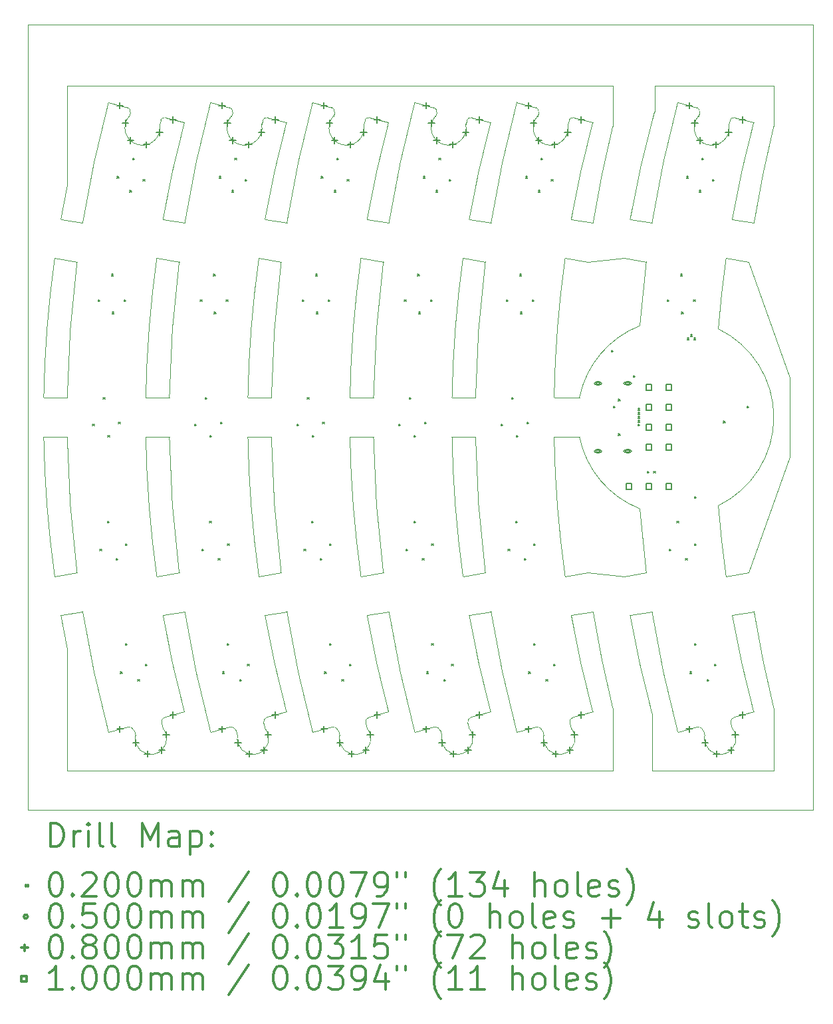
<source format=gbr>
%FSLAX45Y45*%
G04 Gerber Fmt 4.5, Leading zero omitted, Abs format (unit mm)*
G04 Created by KiCad (PCBNEW (5.1.10)-1) date 2021-11-24 21:39:01*
%MOMM*%
%LPD*%
G01*
G04 APERTURE LIST*
%TA.AperFunction,Profile*%
%ADD10C,0.050000*%
%TD*%
%ADD11C,0.200000*%
%ADD12C,0.300000*%
G04 APERTURE END LIST*
D10*
X5500661Y-7060137D02*
X5500000Y-5780000D01*
X5500000Y-14500000D02*
X5500662Y-12939863D01*
X12950000Y-14500000D02*
X12948298Y-13770458D01*
X12980000Y-5780000D02*
X12980963Y-6110268D01*
X12950000Y-14500000D02*
X14500000Y-14500000D01*
X12450000Y-14500000D02*
X12447729Y-13700558D01*
X12447729Y-13700558D02*
G75*
G02*
X12198377Y-12474939I15052271J3700558D01*
G01*
X12948298Y-13770458D02*
G75*
G02*
X12669991Y-12519001I14001702J3770458D01*
G01*
X12980000Y-5780000D02*
X14500000Y-5780000D01*
X12980963Y-6110268D02*
G75*
G03*
X12669991Y-7480998I13969037J-3889732D01*
G01*
X12447729Y-6299442D02*
G75*
G03*
X12198377Y-7525061I15052271J-3700558D01*
G01*
X12450000Y-5780000D02*
X12447729Y-6299442D01*
X14500000Y-14500000D02*
X14497729Y-13700558D01*
X14500000Y-5780000D02*
X14497729Y-6299442D01*
X15000000Y-5000000D02*
X15000000Y-15000000D01*
X5000000Y-5000000D02*
X15000000Y-5000000D01*
X5000000Y-15000000D02*
X5000000Y-5000000D01*
X15000000Y-15000000D02*
X5000000Y-15000000D01*
X5500000Y-14500000D02*
X12450000Y-14500000D01*
X5500000Y-5780000D02*
X12450000Y-5780000D01*
X14700000Y-9500000D02*
X14176489Y-8020063D01*
X14700000Y-10500000D02*
X14700000Y-9500000D01*
X14176489Y-11979937D02*
X14700000Y-10500000D01*
X14497729Y-6299442D02*
G75*
G03*
X14248377Y-7525061I15052271J-3700558D01*
G01*
X14497730Y-13700558D02*
G75*
G02*
X14248377Y-12474939I15052270J3700558D01*
G01*
X14176489Y-11979937D02*
X13891607Y-12024982D01*
X13793223Y-8874999D02*
G75*
G02*
X13891617Y-7974946I14456777J-1125001D01*
G01*
X13969991Y-7480998D02*
X14248377Y-7525061D01*
X13891607Y-12024982D02*
G75*
G02*
X13793223Y-11125001I14358393J2024982D01*
G01*
X13891617Y-7974946D02*
X14176489Y-8020063D01*
X14242963Y-13750590D02*
G75*
G02*
X13969992Y-12519001I14007037J3750590D01*
G01*
X14248377Y-12474939D02*
X13969991Y-12519001D01*
X13969991Y-7480998D02*
G75*
G02*
X14242963Y-6249410I14280009J-2519002D01*
G01*
X5626489Y-11979937D02*
X5341607Y-12024982D01*
X5501533Y-9749993D02*
G75*
G02*
X5626489Y-8020063I15498467J-250008D01*
G01*
X5201672Y-9749994D02*
G75*
G02*
X5341617Y-7974946I14498328J-250006D01*
G01*
X5419991Y-7480998D02*
X5698377Y-7525061D01*
X5341607Y-12024982D02*
G75*
G02*
X5201672Y-10250000I14358393J2024982D01*
G01*
X5626489Y-11979937D02*
G75*
G02*
X5501533Y-10250000I15373511J1979937D01*
G01*
X6027037Y-14009409D02*
G75*
G02*
X5698377Y-12474939I14972963J4009409D01*
G01*
X5341617Y-7974946D02*
X5626489Y-8020063D01*
X5501533Y-9749993D02*
X5201672Y-9749994D01*
X5500662Y-12939863D02*
G75*
G02*
X5419992Y-12519001I14199339J2939863D01*
G01*
X5698377Y-12474939D02*
X5419992Y-12519001D01*
X5201672Y-10250000D02*
X5501533Y-10250000D01*
X5698377Y-7525061D02*
G75*
G02*
X6027037Y-5990590I15301623J-2474939D01*
G01*
X5500661Y-7060137D02*
G75*
G03*
X5419991Y-7480998I14199339J-2939863D01*
G01*
X12591607Y-12024982D02*
X12126489Y-11979937D01*
X12591617Y-7974946D02*
X12126489Y-8020063D01*
X12023825Y-10250036D02*
G75*
G03*
X12793368Y-11165123I1226175J250036D01*
G01*
X12876489Y-11979937D02*
X12591607Y-12024982D01*
X12793368Y-8834877D02*
G75*
G02*
X12876489Y-8020063I15456632J-1165123D01*
G01*
X12669991Y-7480998D02*
X12948377Y-7525061D01*
X12876489Y-11979937D02*
G75*
G02*
X12793368Y-11165123I15373511J1979937D01*
G01*
X13277037Y-14009409D02*
G75*
G02*
X12948377Y-12474939I14972963J4009409D01*
G01*
X12591617Y-7974946D02*
X12876489Y-8020063D01*
X12948377Y-12474939D02*
X12669991Y-12519001D01*
X12948377Y-7525061D02*
G75*
G02*
X13277037Y-5990590I15301623J-2474939D01*
G01*
X12126489Y-11979937D02*
X11841607Y-12024982D01*
X11701672Y-9749994D02*
G75*
G02*
X11841617Y-7974946I14498328J-250006D01*
G01*
X11919991Y-7480998D02*
X12198377Y-7525061D01*
X11841607Y-12024982D02*
G75*
G02*
X11701672Y-10250000I14358393J2024982D01*
G01*
X11841617Y-7974946D02*
X12126489Y-8020063D01*
X12023811Y-9750030D02*
X11701672Y-9749994D01*
X12192963Y-13750590D02*
G75*
G02*
X11919992Y-12519001I14007037J3750590D01*
G01*
X12198377Y-12474939D02*
X11919991Y-12519001D01*
X11701672Y-10250000D02*
X12023825Y-10250036D01*
X11919991Y-7480998D02*
G75*
G02*
X12192963Y-6249410I14280009J-2519002D01*
G01*
X10826489Y-11979937D02*
X10541607Y-12024982D01*
X10701533Y-9749993D02*
G75*
G02*
X10826489Y-8020063I15498467J-250008D01*
G01*
X10401672Y-9749994D02*
G75*
G02*
X10541617Y-7974946I14498328J-250006D01*
G01*
X10619991Y-7480998D02*
X10898377Y-7525061D01*
X10541607Y-12024982D02*
G75*
G02*
X10401672Y-10250000I14358393J2024982D01*
G01*
X10826489Y-11979937D02*
G75*
G02*
X10701533Y-10250000I15373511J1979937D01*
G01*
X11227037Y-14009409D02*
G75*
G02*
X10898377Y-12474939I14972963J4009409D01*
G01*
X10541617Y-7974946D02*
X10826489Y-8020063D01*
X10701533Y-9749993D02*
X10401672Y-9749994D01*
X10892963Y-13750590D02*
G75*
G02*
X10619992Y-12519001I14007037J3750590D01*
G01*
X10898377Y-12474939D02*
X10619992Y-12519001D01*
X10401672Y-10250000D02*
X10701533Y-10250000D01*
X10898377Y-7525061D02*
G75*
G02*
X11227037Y-5990590I15301623J-2474939D01*
G01*
X10619991Y-7480998D02*
G75*
G02*
X10892963Y-6249410I14280009J-2519002D01*
G01*
X9526489Y-11979937D02*
X9241607Y-12024982D01*
X9401533Y-9749993D02*
G75*
G02*
X9526489Y-8020063I15498467J-250008D01*
G01*
X9101672Y-9749994D02*
G75*
G02*
X9241617Y-7974946I14498328J-250006D01*
G01*
X9319991Y-7480998D02*
X9598377Y-7525061D01*
X9241607Y-12024982D02*
G75*
G02*
X9101672Y-10250000I14358393J2024982D01*
G01*
X9526489Y-11979937D02*
G75*
G02*
X9401533Y-10250000I15373511J1979937D01*
G01*
X9927037Y-14009409D02*
G75*
G02*
X9598377Y-12474939I14972963J4009409D01*
G01*
X9241617Y-7974946D02*
X9526489Y-8020063D01*
X9401533Y-9749993D02*
X9101672Y-9749994D01*
X9592963Y-13750590D02*
G75*
G02*
X9319992Y-12519001I14007037J3750590D01*
G01*
X9598377Y-12474939D02*
X9319992Y-12519001D01*
X9101672Y-10250000D02*
X9401533Y-10250000D01*
X9598377Y-7525061D02*
G75*
G02*
X9927037Y-5990590I15301623J-2474939D01*
G01*
X9319991Y-7480998D02*
G75*
G02*
X9592963Y-6249410I14280009J-2519002D01*
G01*
X8226489Y-11979937D02*
X7941607Y-12024982D01*
X8101533Y-9749993D02*
G75*
G02*
X8226489Y-8020063I15498467J-250008D01*
G01*
X7801672Y-9749994D02*
G75*
G02*
X7941617Y-7974946I14498328J-250006D01*
G01*
X8019991Y-7480998D02*
X8298377Y-7525061D01*
X7941607Y-12024982D02*
G75*
G02*
X7801672Y-10250000I14358393J2024982D01*
G01*
X8226489Y-11979937D02*
G75*
G02*
X8101533Y-10250000I15373511J1979937D01*
G01*
X8627037Y-14009409D02*
G75*
G02*
X8298377Y-12474939I14972963J4009409D01*
G01*
X7941617Y-7974946D02*
X8226489Y-8020063D01*
X8101533Y-9749993D02*
X7801672Y-9749994D01*
X8292963Y-13750590D02*
G75*
G02*
X8019992Y-12519001I14007037J3750590D01*
G01*
X8298377Y-12474939D02*
X8019991Y-12519001D01*
X7801672Y-10250000D02*
X8101533Y-10250000D01*
X8298377Y-7525061D02*
G75*
G02*
X8627037Y-5990590I15301623J-2474939D01*
G01*
X8019991Y-7480998D02*
G75*
G02*
X8292963Y-6249410I14280009J-2519002D01*
G01*
X7327037Y-14009409D02*
G75*
G02*
X6998377Y-12474939I14972963J4009409D01*
G01*
X6992963Y-13750590D02*
G75*
G02*
X6719992Y-12519001I14007037J3750590D01*
G01*
X6998377Y-12474939D02*
X6719991Y-12519001D01*
X6926489Y-11979937D02*
X6641607Y-12024982D01*
X6926489Y-11979937D02*
G75*
G02*
X6801533Y-10250000I15373511J1979937D01*
G01*
X6641607Y-12024982D02*
G75*
G02*
X6501672Y-10250000I14358393J2024982D01*
G01*
X6501672Y-10250000D02*
X6801533Y-10250000D01*
X6801533Y-9749993D02*
G75*
G02*
X6926489Y-8020063I15498467J-250008D01*
G01*
X6501672Y-9749994D02*
G75*
G02*
X6641617Y-7974946I14498328J-250006D01*
G01*
X6641617Y-7974946D02*
X6926489Y-8020063D01*
X6719991Y-7480998D02*
X6998377Y-7525061D01*
X6801533Y-9749993D02*
X6501672Y-9749994D01*
X11877303Y-6268356D02*
G75*
G02*
X11490933Y-6164829I-219067J-44829D01*
G01*
X11890244Y-6220060D02*
X11877303Y-6268356D01*
X12192963Y-6249410D02*
X11951481Y-6184705D01*
X11468518Y-6055295D02*
X11227037Y-5990590D01*
X11890244Y-6220060D02*
G75*
G02*
X11951481Y-6184705I48296J-12941D01*
G01*
X11468518Y-6055295D02*
G75*
G02*
X11503874Y-6116532I-12941J-48296D01*
G01*
X11490933Y-6164829D02*
X11503874Y-6116532D01*
X11917513Y-13958983D02*
G75*
G02*
X11569780Y-14052158I-150573J-133521D01*
G01*
X11901984Y-13901027D02*
G75*
G02*
X11951481Y-13815295I67615J18117D01*
G01*
X11569780Y-14052158D02*
X11554251Y-13994202D01*
X11468518Y-13944705D02*
X11227037Y-14009410D01*
X11901984Y-13901027D02*
X11917513Y-13958983D01*
X11468518Y-13944705D02*
G75*
G02*
X11554251Y-13994202I18118J-67615D01*
G01*
X12192963Y-13750590D02*
X11951481Y-13815295D01*
X13793223Y-8874999D02*
G75*
G02*
X13793223Y-11125001I-543224J-1125001D01*
G01*
X12023811Y-9750030D02*
G75*
G02*
X12793368Y-8834877I1226189J-249970D01*
G01*
X6998377Y-7525061D02*
G75*
G02*
X7327037Y-5990590I15301623J-2474939D01*
G01*
X14242963Y-13750590D02*
X14001481Y-13815295D01*
X13619780Y-14052158D02*
X13604251Y-13994202D01*
X13951984Y-13901027D02*
X13967513Y-13958983D01*
X13518518Y-13944705D02*
G75*
G02*
X13604251Y-13994202I18118J-67615D01*
G01*
X13518518Y-13944705D02*
X13277037Y-14009410D01*
X13967513Y-13958983D02*
G75*
G02*
X13619780Y-14052158I-150573J-133521D01*
G01*
X13951984Y-13901027D02*
G75*
G02*
X14001481Y-13815295I67615J18117D01*
G01*
X10892963Y-13750590D02*
X10651482Y-13815295D01*
X10269780Y-14052158D02*
X10254251Y-13994202D01*
X10601984Y-13901027D02*
X10617513Y-13958983D01*
X10168518Y-13944705D02*
G75*
G02*
X10254251Y-13994202I18118J-67615D01*
G01*
X10168519Y-13944705D02*
X9927037Y-14009410D01*
X10617513Y-13958983D02*
G75*
G02*
X10269780Y-14052158I-150573J-133521D01*
G01*
X10601984Y-13901027D02*
G75*
G02*
X10651482Y-13815295I67615J18117D01*
G01*
X9592963Y-13750590D02*
X9351482Y-13815295D01*
X8969780Y-14052158D02*
X8954251Y-13994202D01*
X9301984Y-13901027D02*
X9317513Y-13958983D01*
X8868518Y-13944705D02*
G75*
G02*
X8954251Y-13994202I18118J-67615D01*
G01*
X8868519Y-13944705D02*
X8627037Y-14009410D01*
X9317513Y-13958983D02*
G75*
G02*
X8969780Y-14052158I-150573J-133521D01*
G01*
X9301984Y-13901027D02*
G75*
G02*
X9351482Y-13815295I67615J18117D01*
G01*
X8292963Y-13750590D02*
X8051481Y-13815295D01*
X7669780Y-14052158D02*
X7654251Y-13994202D01*
X8001984Y-13901027D02*
X8017513Y-13958983D01*
X7568518Y-13944705D02*
G75*
G02*
X7654251Y-13994202I18118J-67615D01*
G01*
X7568518Y-13944705D02*
X7327037Y-14009410D01*
X8017513Y-13958983D02*
G75*
G02*
X7669780Y-14052158I-150573J-133521D01*
G01*
X8001984Y-13901027D02*
G75*
G02*
X8051481Y-13815295I67615J18117D01*
G01*
X13940244Y-6220060D02*
X13927303Y-6268356D01*
X14242963Y-6249410D02*
X14001481Y-6184705D01*
X13540933Y-6164829D02*
X13553874Y-6116532D01*
X13927303Y-6268356D02*
G75*
G02*
X13540933Y-6164829I-219067J-44829D01*
G01*
X13518518Y-6055295D02*
X13277037Y-5990590D01*
X13940244Y-6220060D02*
G75*
G02*
X14001481Y-6184705I48296J-12941D01*
G01*
X13518518Y-6055295D02*
G75*
G02*
X13553874Y-6116532I-12941J-48296D01*
G01*
X10590244Y-6220060D02*
X10577303Y-6268356D01*
X10892963Y-6249410D02*
X10651482Y-6184705D01*
X10190933Y-6164829D02*
X10203874Y-6116532D01*
X10577303Y-6268356D02*
G75*
G02*
X10190933Y-6164829I-219067J-44829D01*
G01*
X10168519Y-6055295D02*
X9927037Y-5990590D01*
X10590244Y-6220060D02*
G75*
G02*
X10651482Y-6184705I48296J-12941D01*
G01*
X10168518Y-6055295D02*
G75*
G02*
X10203874Y-6116532I-12941J-48296D01*
G01*
X9290244Y-6220060D02*
X9277303Y-6268356D01*
X9592963Y-6249410D02*
X9351482Y-6184705D01*
X8890933Y-6164829D02*
X8903874Y-6116532D01*
X9277303Y-6268356D02*
G75*
G02*
X8890933Y-6164829I-219067J-44829D01*
G01*
X8868519Y-6055295D02*
X8627037Y-5990590D01*
X9290244Y-6220060D02*
G75*
G02*
X9351482Y-6184705I48296J-12941D01*
G01*
X8868518Y-6055295D02*
G75*
G02*
X8903874Y-6116532I-12941J-48296D01*
G01*
X7990244Y-6220060D02*
X7977303Y-6268356D01*
X8292963Y-6249410D02*
X8051481Y-6184705D01*
X7590933Y-6164829D02*
X7603874Y-6116532D01*
X7977303Y-6268356D02*
G75*
G02*
X7590933Y-6164829I-219067J-44829D01*
G01*
X7568518Y-6055295D02*
X7327037Y-5990590D01*
X7990244Y-6220060D02*
G75*
G02*
X8051481Y-6184705I48296J-12941D01*
G01*
X7568518Y-6055295D02*
G75*
G02*
X7603874Y-6116532I-12941J-48296D01*
G01*
X6717513Y-13958983D02*
G75*
G02*
X6369780Y-14052158I-150573J-133521D01*
G01*
X6268518Y-13944705D02*
X6027037Y-14009410D01*
X6268518Y-13944705D02*
G75*
G02*
X6354251Y-13994202I18118J-67615D01*
G01*
X6369780Y-14052158D02*
X6354251Y-13994202D01*
X6701984Y-13901027D02*
X6717513Y-13958983D01*
X6701984Y-13901027D02*
G75*
G02*
X6751481Y-13815295I67615J18117D01*
G01*
X6992963Y-13750590D02*
X6751481Y-13815295D01*
X6268518Y-6055295D02*
X6027037Y-5990590D01*
X6268518Y-6055295D02*
G75*
G02*
X6303874Y-6116532I-12941J-48296D01*
G01*
X6290933Y-6164829D02*
X6303874Y-6116532D01*
X6677303Y-6268356D02*
G75*
G02*
X6290933Y-6164829I-219067J-44829D01*
G01*
X6690244Y-6220060D02*
X6677303Y-6268356D01*
X6690244Y-6220060D02*
G75*
G02*
X6751481Y-6184705I48296J-12941D01*
G01*
X6992963Y-6249410D02*
X6751481Y-6184705D01*
X6719991Y-7480998D02*
G75*
G02*
X6992963Y-6249410I14280009J-2519002D01*
G01*
D11*
X5825000Y-10090000D02*
X5845000Y-10110000D01*
X5845000Y-10090000D02*
X5825000Y-10110000D01*
X5895451Y-8502205D02*
X5915451Y-8522205D01*
X5915451Y-8502205D02*
X5895451Y-8522205D01*
X5916357Y-11676699D02*
X5936357Y-11696699D01*
X5936357Y-11676699D02*
X5916357Y-11696699D01*
X5960000Y-9750000D02*
X5980000Y-9770000D01*
X5980000Y-9750000D02*
X5960000Y-9770000D01*
X6015077Y-11324451D02*
X6035077Y-11344451D01*
X6035077Y-11324451D02*
X6015077Y-11344451D01*
X6020000Y-10230000D02*
X6040000Y-10250000D01*
X6040000Y-10230000D02*
X6020000Y-10250000D01*
X6065251Y-8178179D02*
X6085251Y-8198179D01*
X6085251Y-8178179D02*
X6065251Y-8198179D01*
X6074749Y-8661821D02*
X6094749Y-8681821D01*
X6094749Y-8661821D02*
X6074749Y-8681821D01*
X6124922Y-11795549D02*
X6144922Y-11815549D01*
X6144922Y-11795549D02*
X6124922Y-11815549D01*
X6137814Y-6933509D02*
X6157814Y-6953509D01*
X6157814Y-6933509D02*
X6137814Y-6953509D01*
X6155000Y-10060000D02*
X6175000Y-10080000D01*
X6175000Y-10060000D02*
X6155000Y-10080000D01*
X6179397Y-13242120D02*
X6199397Y-13262120D01*
X6199397Y-13242120D02*
X6179397Y-13262120D01*
X6226779Y-8506864D02*
X6246779Y-8526864D01*
X6246779Y-8506864D02*
X6226779Y-8526864D01*
X6240757Y-12881482D02*
X6260757Y-12901482D01*
X6260757Y-12881482D02*
X6240757Y-12901482D01*
X6241413Y-11612369D02*
X6261413Y-11632369D01*
X6261413Y-11612369D02*
X6241413Y-11632369D01*
X6299446Y-7110993D02*
X6319446Y-7130993D01*
X6319446Y-7110993D02*
X6299446Y-7130993D01*
X6335782Y-6699557D02*
X6355782Y-6719557D01*
X6355782Y-6699557D02*
X6335782Y-6719557D01*
X6399243Y-13338518D02*
X6419243Y-13358518D01*
X6419243Y-13338518D02*
X6399243Y-13358518D01*
X6466841Y-6972776D02*
X6486841Y-6992776D01*
X6486841Y-6972776D02*
X6466841Y-6992776D01*
X6495948Y-13144165D02*
X6515948Y-13164165D01*
X6515948Y-13144165D02*
X6495948Y-13164165D01*
X7125000Y-10090000D02*
X7145000Y-10110000D01*
X7145000Y-10090000D02*
X7125000Y-10110000D01*
X7195451Y-8502205D02*
X7215451Y-8522205D01*
X7215451Y-8502205D02*
X7195451Y-8522205D01*
X7216357Y-11676699D02*
X7236357Y-11696699D01*
X7236357Y-11676699D02*
X7216357Y-11696699D01*
X7260000Y-9750000D02*
X7280000Y-9770000D01*
X7280000Y-9750000D02*
X7260000Y-9770000D01*
X7315077Y-11324451D02*
X7335077Y-11344451D01*
X7335077Y-11324451D02*
X7315077Y-11344451D01*
X7320000Y-10230000D02*
X7340000Y-10250000D01*
X7340000Y-10230000D02*
X7320000Y-10250000D01*
X7365251Y-8178179D02*
X7385251Y-8198179D01*
X7385251Y-8178179D02*
X7365251Y-8198179D01*
X7374749Y-8661821D02*
X7394749Y-8681821D01*
X7394749Y-8661821D02*
X7374749Y-8681821D01*
X7424922Y-11795549D02*
X7444922Y-11815549D01*
X7444922Y-11795549D02*
X7424922Y-11815549D01*
X7437814Y-6933509D02*
X7457814Y-6953509D01*
X7457814Y-6933509D02*
X7437814Y-6953509D01*
X7455000Y-10060000D02*
X7475000Y-10080000D01*
X7475000Y-10060000D02*
X7455000Y-10080000D01*
X7479397Y-13242120D02*
X7499397Y-13262120D01*
X7499397Y-13242120D02*
X7479397Y-13262120D01*
X7526779Y-8506864D02*
X7546779Y-8526864D01*
X7546779Y-8506864D02*
X7526779Y-8526864D01*
X7540757Y-12881482D02*
X7560757Y-12901482D01*
X7560757Y-12881482D02*
X7540757Y-12901482D01*
X7541413Y-11612369D02*
X7561413Y-11632369D01*
X7561413Y-11612369D02*
X7541413Y-11632369D01*
X7599446Y-7110993D02*
X7619446Y-7130993D01*
X7619446Y-7110993D02*
X7599446Y-7130993D01*
X7635782Y-6699557D02*
X7655782Y-6719557D01*
X7655782Y-6699557D02*
X7635782Y-6719557D01*
X7699243Y-13338518D02*
X7719243Y-13358518D01*
X7719243Y-13338518D02*
X7699243Y-13358518D01*
X7766841Y-6972776D02*
X7786841Y-6992776D01*
X7786841Y-6972776D02*
X7766841Y-6992776D01*
X7795948Y-13144165D02*
X7815948Y-13164165D01*
X7815948Y-13144165D02*
X7795948Y-13164165D01*
X8425000Y-10090000D02*
X8445000Y-10110000D01*
X8445000Y-10090000D02*
X8425000Y-10110000D01*
X8495451Y-8502205D02*
X8515451Y-8522205D01*
X8515451Y-8502205D02*
X8495451Y-8522205D01*
X8516357Y-11676699D02*
X8536357Y-11696699D01*
X8536357Y-11676699D02*
X8516357Y-11696699D01*
X8560000Y-9750000D02*
X8580000Y-9770000D01*
X8580000Y-9750000D02*
X8560000Y-9770000D01*
X8615078Y-11324451D02*
X8635078Y-11344451D01*
X8635078Y-11324451D02*
X8615078Y-11344451D01*
X8620000Y-10230000D02*
X8640000Y-10250000D01*
X8640000Y-10230000D02*
X8620000Y-10250000D01*
X8665251Y-8178179D02*
X8685251Y-8198179D01*
X8685251Y-8178179D02*
X8665251Y-8198179D01*
X8674749Y-8661821D02*
X8694749Y-8681821D01*
X8694749Y-8661821D02*
X8674749Y-8681821D01*
X8724923Y-11795549D02*
X8744923Y-11815549D01*
X8744923Y-11795549D02*
X8724923Y-11815549D01*
X8737814Y-6933509D02*
X8757814Y-6953509D01*
X8757814Y-6933509D02*
X8737814Y-6953509D01*
X8755000Y-10060000D02*
X8775000Y-10080000D01*
X8775000Y-10060000D02*
X8755000Y-10080000D01*
X8779397Y-13242120D02*
X8799397Y-13262120D01*
X8799397Y-13242120D02*
X8779397Y-13262120D01*
X8826779Y-8506864D02*
X8846779Y-8526864D01*
X8846779Y-8506864D02*
X8826779Y-8526864D01*
X8840757Y-12881482D02*
X8860757Y-12901482D01*
X8860757Y-12881482D02*
X8840757Y-12901482D01*
X8841413Y-11612369D02*
X8861413Y-11632369D01*
X8861413Y-11612369D02*
X8841413Y-11632369D01*
X8899446Y-7110993D02*
X8919446Y-7130993D01*
X8919446Y-7110993D02*
X8899446Y-7130993D01*
X8935782Y-6699557D02*
X8955782Y-6719557D01*
X8955782Y-6699557D02*
X8935782Y-6719557D01*
X8999243Y-13338518D02*
X9019243Y-13358518D01*
X9019243Y-13338518D02*
X8999243Y-13358518D01*
X9066841Y-6972776D02*
X9086841Y-6992776D01*
X9086841Y-6972776D02*
X9066841Y-6992776D01*
X9095948Y-13144165D02*
X9115948Y-13164165D01*
X9115948Y-13144165D02*
X9095948Y-13164165D01*
X9725000Y-10090000D02*
X9745000Y-10110000D01*
X9745000Y-10090000D02*
X9725000Y-10110000D01*
X9795451Y-8502205D02*
X9815451Y-8522205D01*
X9815451Y-8502205D02*
X9795451Y-8522205D01*
X9816357Y-11676699D02*
X9836357Y-11696699D01*
X9836357Y-11676699D02*
X9816357Y-11696699D01*
X9860000Y-9750000D02*
X9880000Y-9770000D01*
X9880000Y-9750000D02*
X9860000Y-9770000D01*
X9915078Y-11324451D02*
X9935078Y-11344451D01*
X9935078Y-11324451D02*
X9915078Y-11344451D01*
X9920000Y-10230000D02*
X9940000Y-10250000D01*
X9940000Y-10230000D02*
X9920000Y-10250000D01*
X9965251Y-8178179D02*
X9985251Y-8198179D01*
X9985251Y-8178179D02*
X9965251Y-8198179D01*
X9974749Y-8661821D02*
X9994749Y-8681821D01*
X9994749Y-8661821D02*
X9974749Y-8681821D01*
X10024923Y-11795549D02*
X10044923Y-11815549D01*
X10044923Y-11795549D02*
X10024923Y-11815549D01*
X10037814Y-6933509D02*
X10057814Y-6953509D01*
X10057814Y-6933509D02*
X10037814Y-6953509D01*
X10055000Y-10060000D02*
X10075000Y-10080000D01*
X10075000Y-10060000D02*
X10055000Y-10080000D01*
X10079397Y-13242120D02*
X10099397Y-13262120D01*
X10099397Y-13242120D02*
X10079397Y-13262120D01*
X10126779Y-8506864D02*
X10146779Y-8526864D01*
X10146779Y-8506864D02*
X10126779Y-8526864D01*
X10140757Y-12881482D02*
X10160757Y-12901482D01*
X10160757Y-12881482D02*
X10140757Y-12901482D01*
X10141413Y-11612369D02*
X10161413Y-11632369D01*
X10161413Y-11612369D02*
X10141413Y-11632369D01*
X10199446Y-7110993D02*
X10219446Y-7130993D01*
X10219446Y-7110993D02*
X10199446Y-7130993D01*
X10235782Y-6699557D02*
X10255782Y-6719557D01*
X10255782Y-6699557D02*
X10235782Y-6719557D01*
X10299243Y-13338518D02*
X10319243Y-13358518D01*
X10319243Y-13338518D02*
X10299243Y-13358518D01*
X10366841Y-6972776D02*
X10386841Y-6992776D01*
X10386841Y-6972776D02*
X10366841Y-6992776D01*
X10395948Y-13144165D02*
X10415948Y-13164165D01*
X10415948Y-13144165D02*
X10395948Y-13164165D01*
X11025000Y-10090000D02*
X11045000Y-10110000D01*
X11045000Y-10090000D02*
X11025000Y-10110000D01*
X11095451Y-8502205D02*
X11115451Y-8522205D01*
X11115451Y-8502205D02*
X11095451Y-8522205D01*
X11116357Y-11676699D02*
X11136357Y-11696699D01*
X11136357Y-11676699D02*
X11116357Y-11696699D01*
X11160000Y-9750000D02*
X11180000Y-9770000D01*
X11180000Y-9750000D02*
X11160000Y-9770000D01*
X11215077Y-11324451D02*
X11235077Y-11344451D01*
X11235077Y-11324451D02*
X11215077Y-11344451D01*
X11220000Y-10230000D02*
X11240000Y-10250000D01*
X11240000Y-10230000D02*
X11220000Y-10250000D01*
X11265251Y-8178179D02*
X11285251Y-8198179D01*
X11285251Y-8178179D02*
X11265251Y-8198179D01*
X11274749Y-8661821D02*
X11294749Y-8681821D01*
X11294749Y-8661821D02*
X11274749Y-8681821D01*
X11324922Y-11795549D02*
X11344922Y-11815549D01*
X11344922Y-11795549D02*
X11324922Y-11815549D01*
X11337814Y-6933509D02*
X11357814Y-6953509D01*
X11357814Y-6933509D02*
X11337814Y-6953509D01*
X11355000Y-10060000D02*
X11375000Y-10080000D01*
X11375000Y-10060000D02*
X11355000Y-10080000D01*
X11379397Y-13242120D02*
X11399397Y-13262120D01*
X11399397Y-13242120D02*
X11379397Y-13262120D01*
X11426779Y-8506864D02*
X11446779Y-8526864D01*
X11446779Y-8506864D02*
X11426779Y-8526864D01*
X11440757Y-12881482D02*
X11460757Y-12901482D01*
X11460757Y-12881482D02*
X11440757Y-12901482D01*
X11441413Y-11612369D02*
X11461413Y-11632369D01*
X11461413Y-11612369D02*
X11441413Y-11632369D01*
X11499446Y-7110993D02*
X11519446Y-7130993D01*
X11519446Y-7110993D02*
X11499446Y-7130993D01*
X11535782Y-6699557D02*
X11555782Y-6719557D01*
X11555782Y-6699557D02*
X11535782Y-6719557D01*
X11599243Y-13338518D02*
X11619243Y-13358518D01*
X11619243Y-13338518D02*
X11599243Y-13358518D01*
X11666841Y-6972776D02*
X11686841Y-6992776D01*
X11686841Y-6972776D02*
X11666841Y-6992776D01*
X11695948Y-13144165D02*
X11715948Y-13164165D01*
X11715948Y-13144165D02*
X11695948Y-13164165D01*
X12430000Y-9150000D02*
X12450000Y-9170000D01*
X12450000Y-9150000D02*
X12430000Y-9170000D01*
X12460000Y-9860000D02*
X12480000Y-9880000D01*
X12480000Y-9860000D02*
X12460000Y-9880000D01*
X12520000Y-9770000D02*
X12540000Y-9790000D01*
X12540000Y-9770000D02*
X12520000Y-9790000D01*
X12520000Y-10210000D02*
X12540000Y-10230000D01*
X12540000Y-10210000D02*
X12520000Y-10230000D01*
X12710000Y-9470000D02*
X12730000Y-9490000D01*
X12730000Y-9470000D02*
X12710000Y-9490000D01*
X12770000Y-9890000D02*
X12790000Y-9910000D01*
X12790000Y-9890000D02*
X12770000Y-9910000D01*
X12770000Y-9940000D02*
X12790000Y-9960000D01*
X12790000Y-9940000D02*
X12770000Y-9960000D01*
X12770000Y-9990000D02*
X12790000Y-10010000D01*
X12790000Y-9990000D02*
X12770000Y-10010000D01*
X12770000Y-10040000D02*
X12790000Y-10060000D01*
X12790000Y-10040000D02*
X12770000Y-10060000D01*
X12770000Y-10090000D02*
X12790000Y-10110000D01*
X12790000Y-10090000D02*
X12770000Y-10110000D01*
X12890000Y-10690000D02*
X12910000Y-10710000D01*
X12910000Y-10690000D02*
X12890000Y-10710000D01*
X12970000Y-10690000D02*
X12990000Y-10710000D01*
X12990000Y-10690000D02*
X12970000Y-10710000D01*
X13145451Y-8502205D02*
X13165451Y-8522205D01*
X13165451Y-8502205D02*
X13145451Y-8522205D01*
X13166357Y-11676699D02*
X13186357Y-11696699D01*
X13186357Y-11676699D02*
X13166357Y-11696699D01*
X13265077Y-11324451D02*
X13285077Y-11344451D01*
X13285077Y-11324451D02*
X13265077Y-11344451D01*
X13315251Y-8178179D02*
X13335251Y-8198179D01*
X13335251Y-8178179D02*
X13315251Y-8198179D01*
X13324749Y-8661821D02*
X13344749Y-8681821D01*
X13344749Y-8661821D02*
X13324749Y-8681821D01*
X13374922Y-11795549D02*
X13394922Y-11815549D01*
X13394922Y-11795549D02*
X13374922Y-11815549D01*
X13387814Y-6933509D02*
X13407814Y-6953509D01*
X13407814Y-6933509D02*
X13387814Y-6953509D01*
X13400000Y-8990000D02*
X13420000Y-9010000D01*
X13420000Y-8990000D02*
X13400000Y-9010000D01*
X13429397Y-13242120D02*
X13449397Y-13262120D01*
X13449397Y-13242120D02*
X13429397Y-13262120D01*
X13440000Y-8950000D02*
X13460000Y-8970000D01*
X13460000Y-8950000D02*
X13440000Y-8970000D01*
X13476779Y-8506864D02*
X13496779Y-8526864D01*
X13496779Y-8506864D02*
X13476779Y-8526864D01*
X13480000Y-8990000D02*
X13500000Y-9010000D01*
X13500000Y-8990000D02*
X13480000Y-9010000D01*
X13490000Y-11010000D02*
X13510000Y-11030000D01*
X13510000Y-11010000D02*
X13490000Y-11030000D01*
X13490757Y-12881482D02*
X13510757Y-12901482D01*
X13510757Y-12881482D02*
X13490757Y-12901482D01*
X13491413Y-11612369D02*
X13511413Y-11632369D01*
X13511413Y-11612369D02*
X13491413Y-11632369D01*
X13549446Y-7110993D02*
X13569446Y-7130993D01*
X13569446Y-7110993D02*
X13549446Y-7130993D01*
X13585782Y-6699557D02*
X13605782Y-6719557D01*
X13605782Y-6699557D02*
X13585782Y-6719557D01*
X13649243Y-13338518D02*
X13669243Y-13358518D01*
X13669243Y-13338518D02*
X13649243Y-13358518D01*
X13716841Y-6972776D02*
X13736841Y-6992776D01*
X13736841Y-6972776D02*
X13716841Y-6992776D01*
X13745948Y-13144165D02*
X13765948Y-13164165D01*
X13765948Y-13144165D02*
X13745948Y-13164165D01*
X13860000Y-10050000D02*
X13880000Y-10070000D01*
X13880000Y-10050000D02*
X13860000Y-10070000D01*
X14160000Y-9860000D02*
X14180000Y-9880000D01*
X14180000Y-9860000D02*
X14160000Y-9880000D01*
X12285000Y-9568000D02*
G75*
G03*
X12285000Y-9568000I-25000J0D01*
G01*
X12295000Y-9553000D02*
X12225000Y-9553000D01*
X12295000Y-9583000D02*
X12225000Y-9583000D01*
X12225000Y-9553000D02*
G75*
G03*
X12225000Y-9583000I0J-15000D01*
G01*
X12295000Y-9583000D02*
G75*
G03*
X12295000Y-9553000I0J15000D01*
G01*
X12285000Y-10432000D02*
G75*
G03*
X12285000Y-10432000I-25000J0D01*
G01*
X12295000Y-10417000D02*
X12225000Y-10417000D01*
X12295000Y-10447000D02*
X12225000Y-10447000D01*
X12225000Y-10417000D02*
G75*
G03*
X12225000Y-10447000I0J-15000D01*
G01*
X12295000Y-10447000D02*
G75*
G03*
X12295000Y-10417000I0J15000D01*
G01*
X12665000Y-9568000D02*
G75*
G03*
X12665000Y-9568000I-25000J0D01*
G01*
X12675000Y-9553000D02*
X12605000Y-9553000D01*
X12675000Y-9583000D02*
X12605000Y-9583000D01*
X12605000Y-9553000D02*
G75*
G03*
X12605000Y-9583000I0J-15000D01*
G01*
X12675000Y-9583000D02*
G75*
G03*
X12675000Y-9553000I0J15000D01*
G01*
X12665000Y-10432000D02*
G75*
G03*
X12665000Y-10432000I-25000J0D01*
G01*
X12675000Y-10417000D02*
X12605000Y-10417000D01*
X12675000Y-10447000D02*
X12605000Y-10447000D01*
X12605000Y-10417000D02*
G75*
G03*
X12605000Y-10447000I0J-15000D01*
G01*
X12675000Y-10447000D02*
G75*
G03*
X12675000Y-10417000I0J15000D01*
G01*
X6171926Y-5989413D02*
X6171926Y-6069413D01*
X6131926Y-6029413D02*
X6211926Y-6029413D01*
X6171926Y-13930587D02*
X6171926Y-14010587D01*
X6131926Y-13970587D02*
X6211926Y-13970587D01*
X6240903Y-6214951D02*
X6240903Y-6294951D01*
X6200903Y-6254951D02*
X6280903Y-6254951D01*
X6306344Y-6434365D02*
X6306344Y-6514365D01*
X6266344Y-6474365D02*
X6346344Y-6474365D01*
X6373755Y-14104267D02*
X6373755Y-14184267D01*
X6333755Y-14144267D02*
X6413755Y-14144267D01*
X6509189Y-6488717D02*
X6509189Y-6568717D01*
X6469189Y-6528717D02*
X6549189Y-6528717D01*
X6520471Y-14246128D02*
X6520471Y-14326128D01*
X6480471Y-14286128D02*
X6560471Y-14286128D01*
X6675569Y-6331419D02*
X6675569Y-6411419D01*
X6635569Y-6371419D02*
X6715569Y-6371419D01*
X6703996Y-14196953D02*
X6703996Y-14276953D01*
X6663996Y-14236953D02*
X6743996Y-14236953D01*
X6760125Y-14000740D02*
X6760125Y-14080740D01*
X6720125Y-14040740D02*
X6800125Y-14040740D01*
X6848074Y-6170587D02*
X6848074Y-6250587D01*
X6808074Y-6210587D02*
X6888074Y-6210587D01*
X6848074Y-13749413D02*
X6848074Y-13829413D01*
X6808074Y-13789413D02*
X6888074Y-13789413D01*
X7471926Y-5989413D02*
X7471926Y-6069413D01*
X7431926Y-6029413D02*
X7511926Y-6029413D01*
X7471926Y-13930587D02*
X7471926Y-14010587D01*
X7431926Y-13970587D02*
X7511926Y-13970587D01*
X7540903Y-6214951D02*
X7540903Y-6294951D01*
X7500903Y-6254951D02*
X7580903Y-6254951D01*
X7606344Y-6434365D02*
X7606344Y-6514365D01*
X7566344Y-6474365D02*
X7646344Y-6474365D01*
X7673755Y-14104267D02*
X7673755Y-14184267D01*
X7633755Y-14144267D02*
X7713755Y-14144267D01*
X7809189Y-6488717D02*
X7809189Y-6568717D01*
X7769189Y-6528717D02*
X7849189Y-6528717D01*
X7820471Y-14246128D02*
X7820471Y-14326128D01*
X7780471Y-14286128D02*
X7860471Y-14286128D01*
X7975569Y-6331419D02*
X7975569Y-6411419D01*
X7935569Y-6371419D02*
X8015569Y-6371419D01*
X8003996Y-14196953D02*
X8003996Y-14276953D01*
X7963996Y-14236953D02*
X8043996Y-14236953D01*
X8060125Y-14000740D02*
X8060125Y-14080740D01*
X8020125Y-14040740D02*
X8100125Y-14040740D01*
X8148074Y-6170587D02*
X8148074Y-6250587D01*
X8108074Y-6210587D02*
X8188074Y-6210587D01*
X8148074Y-13749413D02*
X8148074Y-13829413D01*
X8108074Y-13789413D02*
X8188074Y-13789413D01*
X8771926Y-5989413D02*
X8771926Y-6069413D01*
X8731926Y-6029413D02*
X8811926Y-6029413D01*
X8771926Y-13930587D02*
X8771926Y-14010587D01*
X8731926Y-13970587D02*
X8811926Y-13970587D01*
X8840903Y-6214951D02*
X8840903Y-6294951D01*
X8800903Y-6254951D02*
X8880903Y-6254951D01*
X8906344Y-6434365D02*
X8906344Y-6514365D01*
X8866344Y-6474365D02*
X8946344Y-6474365D01*
X8973755Y-14104267D02*
X8973755Y-14184267D01*
X8933755Y-14144267D02*
X9013755Y-14144267D01*
X9109189Y-6488717D02*
X9109189Y-6568717D01*
X9069189Y-6528717D02*
X9149189Y-6528717D01*
X9120471Y-14246128D02*
X9120471Y-14326128D01*
X9080471Y-14286128D02*
X9160471Y-14286128D01*
X9275570Y-6331419D02*
X9275570Y-6411419D01*
X9235570Y-6371419D02*
X9315570Y-6371419D01*
X9303997Y-14196953D02*
X9303997Y-14276953D01*
X9263997Y-14236953D02*
X9343997Y-14236953D01*
X9360125Y-14000740D02*
X9360125Y-14080740D01*
X9320125Y-14040740D02*
X9400125Y-14040740D01*
X9448074Y-6170587D02*
X9448074Y-6250587D01*
X9408074Y-6210587D02*
X9488074Y-6210587D01*
X9448074Y-13749413D02*
X9448074Y-13829413D01*
X9408074Y-13789413D02*
X9488074Y-13789413D01*
X10071926Y-5989413D02*
X10071926Y-6069413D01*
X10031926Y-6029413D02*
X10111926Y-6029413D01*
X10071926Y-13930587D02*
X10071926Y-14010587D01*
X10031926Y-13970587D02*
X10111926Y-13970587D01*
X10140903Y-6214951D02*
X10140903Y-6294951D01*
X10100903Y-6254951D02*
X10180903Y-6254951D01*
X10206344Y-6434365D02*
X10206344Y-6514365D01*
X10166344Y-6474365D02*
X10246344Y-6474365D01*
X10273755Y-14104267D02*
X10273755Y-14184267D01*
X10233755Y-14144267D02*
X10313755Y-14144267D01*
X10409189Y-6488717D02*
X10409189Y-6568717D01*
X10369189Y-6528717D02*
X10449189Y-6528717D01*
X10420471Y-14246128D02*
X10420471Y-14326128D01*
X10380471Y-14286128D02*
X10460471Y-14286128D01*
X10575570Y-6331419D02*
X10575570Y-6411419D01*
X10535570Y-6371419D02*
X10615570Y-6371419D01*
X10603997Y-14196953D02*
X10603997Y-14276953D01*
X10563997Y-14236953D02*
X10643997Y-14236953D01*
X10660125Y-14000740D02*
X10660125Y-14080740D01*
X10620125Y-14040740D02*
X10700125Y-14040740D01*
X10748074Y-6170587D02*
X10748074Y-6250587D01*
X10708074Y-6210587D02*
X10788074Y-6210587D01*
X10748074Y-13749413D02*
X10748074Y-13829413D01*
X10708074Y-13789413D02*
X10788074Y-13789413D01*
X11371926Y-5989413D02*
X11371926Y-6069413D01*
X11331926Y-6029413D02*
X11411926Y-6029413D01*
X11371926Y-13930587D02*
X11371926Y-14010587D01*
X11331926Y-13970587D02*
X11411926Y-13970587D01*
X11440903Y-6214951D02*
X11440903Y-6294951D01*
X11400903Y-6254951D02*
X11480903Y-6254951D01*
X11506344Y-6434365D02*
X11506344Y-6514365D01*
X11466344Y-6474365D02*
X11546344Y-6474365D01*
X11573755Y-14104267D02*
X11573755Y-14184267D01*
X11533755Y-14144267D02*
X11613755Y-14144267D01*
X11709189Y-6488717D02*
X11709189Y-6568717D01*
X11669189Y-6528717D02*
X11749189Y-6528717D01*
X11720471Y-14246128D02*
X11720471Y-14326128D01*
X11680471Y-14286128D02*
X11760471Y-14286128D01*
X11875569Y-6331419D02*
X11875569Y-6411419D01*
X11835569Y-6371419D02*
X11915569Y-6371419D01*
X11903996Y-14196953D02*
X11903996Y-14276953D01*
X11863996Y-14236953D02*
X11943996Y-14236953D01*
X11960125Y-14000740D02*
X11960125Y-14080740D01*
X11920125Y-14040740D02*
X12000125Y-14040740D01*
X12048074Y-6170587D02*
X12048074Y-6250587D01*
X12008074Y-6210587D02*
X12088074Y-6210587D01*
X12048074Y-13749413D02*
X12048074Y-13829413D01*
X12008074Y-13789413D02*
X12088074Y-13789413D01*
X13421926Y-5989413D02*
X13421926Y-6069413D01*
X13381926Y-6029413D02*
X13461926Y-6029413D01*
X13421926Y-13930587D02*
X13421926Y-14010587D01*
X13381926Y-13970587D02*
X13461926Y-13970587D01*
X13490903Y-6214951D02*
X13490903Y-6294951D01*
X13450903Y-6254951D02*
X13530903Y-6254951D01*
X13556344Y-6434365D02*
X13556344Y-6514365D01*
X13516344Y-6474365D02*
X13596344Y-6474365D01*
X13623755Y-14104267D02*
X13623755Y-14184267D01*
X13583755Y-14144267D02*
X13663755Y-14144267D01*
X13759189Y-6488717D02*
X13759189Y-6568717D01*
X13719189Y-6528717D02*
X13799189Y-6528717D01*
X13770471Y-14246128D02*
X13770471Y-14326128D01*
X13730471Y-14286128D02*
X13810471Y-14286128D01*
X13925569Y-6331419D02*
X13925569Y-6411419D01*
X13885569Y-6371419D02*
X13965569Y-6371419D01*
X13953996Y-14196953D02*
X13953996Y-14276953D01*
X13913996Y-14236953D02*
X13993996Y-14236953D01*
X14010125Y-14000740D02*
X14010125Y-14080740D01*
X13970125Y-14040740D02*
X14050125Y-14040740D01*
X14098074Y-6170587D02*
X14098074Y-6250587D01*
X14058074Y-6210587D02*
X14138074Y-6210587D01*
X14098074Y-13749413D02*
X14098074Y-13829413D01*
X14058074Y-13789413D02*
X14138074Y-13789413D01*
X12687356Y-10915356D02*
X12687356Y-10844644D01*
X12616644Y-10844644D01*
X12616644Y-10915356D01*
X12687356Y-10915356D01*
X12941356Y-9655356D02*
X12941356Y-9584644D01*
X12870644Y-9584644D01*
X12870644Y-9655356D01*
X12941356Y-9655356D01*
X12941356Y-9909356D02*
X12941356Y-9838644D01*
X12870644Y-9838644D01*
X12870644Y-9909356D01*
X12941356Y-9909356D01*
X12941356Y-10163356D02*
X12941356Y-10092644D01*
X12870644Y-10092644D01*
X12870644Y-10163356D01*
X12941356Y-10163356D01*
X12941356Y-10417356D02*
X12941356Y-10346644D01*
X12870644Y-10346644D01*
X12870644Y-10417356D01*
X12941356Y-10417356D01*
X12941356Y-10915356D02*
X12941356Y-10844644D01*
X12870644Y-10844644D01*
X12870644Y-10915356D01*
X12941356Y-10915356D01*
X13195356Y-9655356D02*
X13195356Y-9584644D01*
X13124644Y-9584644D01*
X13124644Y-9655356D01*
X13195356Y-9655356D01*
X13195356Y-9909356D02*
X13195356Y-9838644D01*
X13124644Y-9838644D01*
X13124644Y-9909356D01*
X13195356Y-9909356D01*
X13195356Y-10163356D02*
X13195356Y-10092644D01*
X13124644Y-10092644D01*
X13124644Y-10163356D01*
X13195356Y-10163356D01*
X13195356Y-10417356D02*
X13195356Y-10346644D01*
X13124644Y-10346644D01*
X13124644Y-10417356D01*
X13195356Y-10417356D01*
X13195356Y-10915356D02*
X13195356Y-10844644D01*
X13124644Y-10844644D01*
X13124644Y-10915356D01*
X13195356Y-10915356D01*
D12*
X5283928Y-15468214D02*
X5283928Y-15168214D01*
X5355357Y-15168214D01*
X5398214Y-15182500D01*
X5426786Y-15211071D01*
X5441071Y-15239643D01*
X5455357Y-15296786D01*
X5455357Y-15339643D01*
X5441071Y-15396786D01*
X5426786Y-15425357D01*
X5398214Y-15453929D01*
X5355357Y-15468214D01*
X5283928Y-15468214D01*
X5583928Y-15468214D02*
X5583928Y-15268214D01*
X5583928Y-15325357D02*
X5598214Y-15296786D01*
X5612500Y-15282500D01*
X5641071Y-15268214D01*
X5669643Y-15268214D01*
X5769643Y-15468214D02*
X5769643Y-15268214D01*
X5769643Y-15168214D02*
X5755357Y-15182500D01*
X5769643Y-15196786D01*
X5783928Y-15182500D01*
X5769643Y-15168214D01*
X5769643Y-15196786D01*
X5955357Y-15468214D02*
X5926786Y-15453929D01*
X5912500Y-15425357D01*
X5912500Y-15168214D01*
X6112500Y-15468214D02*
X6083928Y-15453929D01*
X6069643Y-15425357D01*
X6069643Y-15168214D01*
X6455357Y-15468214D02*
X6455357Y-15168214D01*
X6555357Y-15382500D01*
X6655357Y-15168214D01*
X6655357Y-15468214D01*
X6926786Y-15468214D02*
X6926786Y-15311071D01*
X6912500Y-15282500D01*
X6883928Y-15268214D01*
X6826786Y-15268214D01*
X6798214Y-15282500D01*
X6926786Y-15453929D02*
X6898214Y-15468214D01*
X6826786Y-15468214D01*
X6798214Y-15453929D01*
X6783928Y-15425357D01*
X6783928Y-15396786D01*
X6798214Y-15368214D01*
X6826786Y-15353929D01*
X6898214Y-15353929D01*
X6926786Y-15339643D01*
X7069643Y-15268214D02*
X7069643Y-15568214D01*
X7069643Y-15282500D02*
X7098214Y-15268214D01*
X7155357Y-15268214D01*
X7183928Y-15282500D01*
X7198214Y-15296786D01*
X7212500Y-15325357D01*
X7212500Y-15411071D01*
X7198214Y-15439643D01*
X7183928Y-15453929D01*
X7155357Y-15468214D01*
X7098214Y-15468214D01*
X7069643Y-15453929D01*
X7341071Y-15439643D02*
X7355357Y-15453929D01*
X7341071Y-15468214D01*
X7326786Y-15453929D01*
X7341071Y-15439643D01*
X7341071Y-15468214D01*
X7341071Y-15282500D02*
X7355357Y-15296786D01*
X7341071Y-15311071D01*
X7326786Y-15296786D01*
X7341071Y-15282500D01*
X7341071Y-15311071D01*
X4977500Y-15952500D02*
X4997500Y-15972500D01*
X4997500Y-15952500D02*
X4977500Y-15972500D01*
X5341071Y-15798214D02*
X5369643Y-15798214D01*
X5398214Y-15812500D01*
X5412500Y-15826786D01*
X5426786Y-15855357D01*
X5441071Y-15912500D01*
X5441071Y-15983929D01*
X5426786Y-16041071D01*
X5412500Y-16069643D01*
X5398214Y-16083929D01*
X5369643Y-16098214D01*
X5341071Y-16098214D01*
X5312500Y-16083929D01*
X5298214Y-16069643D01*
X5283928Y-16041071D01*
X5269643Y-15983929D01*
X5269643Y-15912500D01*
X5283928Y-15855357D01*
X5298214Y-15826786D01*
X5312500Y-15812500D01*
X5341071Y-15798214D01*
X5569643Y-16069643D02*
X5583928Y-16083929D01*
X5569643Y-16098214D01*
X5555357Y-16083929D01*
X5569643Y-16069643D01*
X5569643Y-16098214D01*
X5698214Y-15826786D02*
X5712500Y-15812500D01*
X5741071Y-15798214D01*
X5812500Y-15798214D01*
X5841071Y-15812500D01*
X5855357Y-15826786D01*
X5869643Y-15855357D01*
X5869643Y-15883929D01*
X5855357Y-15926786D01*
X5683928Y-16098214D01*
X5869643Y-16098214D01*
X6055357Y-15798214D02*
X6083928Y-15798214D01*
X6112500Y-15812500D01*
X6126786Y-15826786D01*
X6141071Y-15855357D01*
X6155357Y-15912500D01*
X6155357Y-15983929D01*
X6141071Y-16041071D01*
X6126786Y-16069643D01*
X6112500Y-16083929D01*
X6083928Y-16098214D01*
X6055357Y-16098214D01*
X6026786Y-16083929D01*
X6012500Y-16069643D01*
X5998214Y-16041071D01*
X5983928Y-15983929D01*
X5983928Y-15912500D01*
X5998214Y-15855357D01*
X6012500Y-15826786D01*
X6026786Y-15812500D01*
X6055357Y-15798214D01*
X6341071Y-15798214D02*
X6369643Y-15798214D01*
X6398214Y-15812500D01*
X6412500Y-15826786D01*
X6426786Y-15855357D01*
X6441071Y-15912500D01*
X6441071Y-15983929D01*
X6426786Y-16041071D01*
X6412500Y-16069643D01*
X6398214Y-16083929D01*
X6369643Y-16098214D01*
X6341071Y-16098214D01*
X6312500Y-16083929D01*
X6298214Y-16069643D01*
X6283928Y-16041071D01*
X6269643Y-15983929D01*
X6269643Y-15912500D01*
X6283928Y-15855357D01*
X6298214Y-15826786D01*
X6312500Y-15812500D01*
X6341071Y-15798214D01*
X6569643Y-16098214D02*
X6569643Y-15898214D01*
X6569643Y-15926786D02*
X6583928Y-15912500D01*
X6612500Y-15898214D01*
X6655357Y-15898214D01*
X6683928Y-15912500D01*
X6698214Y-15941071D01*
X6698214Y-16098214D01*
X6698214Y-15941071D02*
X6712500Y-15912500D01*
X6741071Y-15898214D01*
X6783928Y-15898214D01*
X6812500Y-15912500D01*
X6826786Y-15941071D01*
X6826786Y-16098214D01*
X6969643Y-16098214D02*
X6969643Y-15898214D01*
X6969643Y-15926786D02*
X6983928Y-15912500D01*
X7012500Y-15898214D01*
X7055357Y-15898214D01*
X7083928Y-15912500D01*
X7098214Y-15941071D01*
X7098214Y-16098214D01*
X7098214Y-15941071D02*
X7112500Y-15912500D01*
X7141071Y-15898214D01*
X7183928Y-15898214D01*
X7212500Y-15912500D01*
X7226786Y-15941071D01*
X7226786Y-16098214D01*
X7812500Y-15783929D02*
X7555357Y-16169643D01*
X8198214Y-15798214D02*
X8226786Y-15798214D01*
X8255357Y-15812500D01*
X8269643Y-15826786D01*
X8283928Y-15855357D01*
X8298214Y-15912500D01*
X8298214Y-15983929D01*
X8283928Y-16041071D01*
X8269643Y-16069643D01*
X8255357Y-16083929D01*
X8226786Y-16098214D01*
X8198214Y-16098214D01*
X8169643Y-16083929D01*
X8155357Y-16069643D01*
X8141071Y-16041071D01*
X8126786Y-15983929D01*
X8126786Y-15912500D01*
X8141071Y-15855357D01*
X8155357Y-15826786D01*
X8169643Y-15812500D01*
X8198214Y-15798214D01*
X8426786Y-16069643D02*
X8441071Y-16083929D01*
X8426786Y-16098214D01*
X8412500Y-16083929D01*
X8426786Y-16069643D01*
X8426786Y-16098214D01*
X8626786Y-15798214D02*
X8655357Y-15798214D01*
X8683928Y-15812500D01*
X8698214Y-15826786D01*
X8712500Y-15855357D01*
X8726786Y-15912500D01*
X8726786Y-15983929D01*
X8712500Y-16041071D01*
X8698214Y-16069643D01*
X8683928Y-16083929D01*
X8655357Y-16098214D01*
X8626786Y-16098214D01*
X8598214Y-16083929D01*
X8583928Y-16069643D01*
X8569643Y-16041071D01*
X8555357Y-15983929D01*
X8555357Y-15912500D01*
X8569643Y-15855357D01*
X8583928Y-15826786D01*
X8598214Y-15812500D01*
X8626786Y-15798214D01*
X8912500Y-15798214D02*
X8941071Y-15798214D01*
X8969643Y-15812500D01*
X8983928Y-15826786D01*
X8998214Y-15855357D01*
X9012500Y-15912500D01*
X9012500Y-15983929D01*
X8998214Y-16041071D01*
X8983928Y-16069643D01*
X8969643Y-16083929D01*
X8941071Y-16098214D01*
X8912500Y-16098214D01*
X8883928Y-16083929D01*
X8869643Y-16069643D01*
X8855357Y-16041071D01*
X8841071Y-15983929D01*
X8841071Y-15912500D01*
X8855357Y-15855357D01*
X8869643Y-15826786D01*
X8883928Y-15812500D01*
X8912500Y-15798214D01*
X9112500Y-15798214D02*
X9312500Y-15798214D01*
X9183928Y-16098214D01*
X9441071Y-16098214D02*
X9498214Y-16098214D01*
X9526786Y-16083929D01*
X9541071Y-16069643D01*
X9569643Y-16026786D01*
X9583928Y-15969643D01*
X9583928Y-15855357D01*
X9569643Y-15826786D01*
X9555357Y-15812500D01*
X9526786Y-15798214D01*
X9469643Y-15798214D01*
X9441071Y-15812500D01*
X9426786Y-15826786D01*
X9412500Y-15855357D01*
X9412500Y-15926786D01*
X9426786Y-15955357D01*
X9441071Y-15969643D01*
X9469643Y-15983929D01*
X9526786Y-15983929D01*
X9555357Y-15969643D01*
X9569643Y-15955357D01*
X9583928Y-15926786D01*
X9698214Y-15798214D02*
X9698214Y-15855357D01*
X9812500Y-15798214D02*
X9812500Y-15855357D01*
X10255357Y-16212500D02*
X10241071Y-16198214D01*
X10212500Y-16155357D01*
X10198214Y-16126786D01*
X10183928Y-16083929D01*
X10169643Y-16012500D01*
X10169643Y-15955357D01*
X10183928Y-15883929D01*
X10198214Y-15841071D01*
X10212500Y-15812500D01*
X10241071Y-15769643D01*
X10255357Y-15755357D01*
X10526786Y-16098214D02*
X10355357Y-16098214D01*
X10441071Y-16098214D02*
X10441071Y-15798214D01*
X10412500Y-15841071D01*
X10383928Y-15869643D01*
X10355357Y-15883929D01*
X10626786Y-15798214D02*
X10812500Y-15798214D01*
X10712500Y-15912500D01*
X10755357Y-15912500D01*
X10783928Y-15926786D01*
X10798214Y-15941071D01*
X10812500Y-15969643D01*
X10812500Y-16041071D01*
X10798214Y-16069643D01*
X10783928Y-16083929D01*
X10755357Y-16098214D01*
X10669643Y-16098214D01*
X10641071Y-16083929D01*
X10626786Y-16069643D01*
X11069643Y-15898214D02*
X11069643Y-16098214D01*
X10998214Y-15783929D02*
X10926786Y-15998214D01*
X11112500Y-15998214D01*
X11455357Y-16098214D02*
X11455357Y-15798214D01*
X11583928Y-16098214D02*
X11583928Y-15941071D01*
X11569643Y-15912500D01*
X11541071Y-15898214D01*
X11498214Y-15898214D01*
X11469643Y-15912500D01*
X11455357Y-15926786D01*
X11769643Y-16098214D02*
X11741071Y-16083929D01*
X11726786Y-16069643D01*
X11712500Y-16041071D01*
X11712500Y-15955357D01*
X11726786Y-15926786D01*
X11741071Y-15912500D01*
X11769643Y-15898214D01*
X11812500Y-15898214D01*
X11841071Y-15912500D01*
X11855357Y-15926786D01*
X11869643Y-15955357D01*
X11869643Y-16041071D01*
X11855357Y-16069643D01*
X11841071Y-16083929D01*
X11812500Y-16098214D01*
X11769643Y-16098214D01*
X12041071Y-16098214D02*
X12012500Y-16083929D01*
X11998214Y-16055357D01*
X11998214Y-15798214D01*
X12269643Y-16083929D02*
X12241071Y-16098214D01*
X12183928Y-16098214D01*
X12155357Y-16083929D01*
X12141071Y-16055357D01*
X12141071Y-15941071D01*
X12155357Y-15912500D01*
X12183928Y-15898214D01*
X12241071Y-15898214D01*
X12269643Y-15912500D01*
X12283928Y-15941071D01*
X12283928Y-15969643D01*
X12141071Y-15998214D01*
X12398214Y-16083929D02*
X12426786Y-16098214D01*
X12483928Y-16098214D01*
X12512500Y-16083929D01*
X12526786Y-16055357D01*
X12526786Y-16041071D01*
X12512500Y-16012500D01*
X12483928Y-15998214D01*
X12441071Y-15998214D01*
X12412500Y-15983929D01*
X12398214Y-15955357D01*
X12398214Y-15941071D01*
X12412500Y-15912500D01*
X12441071Y-15898214D01*
X12483928Y-15898214D01*
X12512500Y-15912500D01*
X12626786Y-16212500D02*
X12641071Y-16198214D01*
X12669643Y-16155357D01*
X12683928Y-16126786D01*
X12698214Y-16083929D01*
X12712500Y-16012500D01*
X12712500Y-15955357D01*
X12698214Y-15883929D01*
X12683928Y-15841071D01*
X12669643Y-15812500D01*
X12641071Y-15769643D01*
X12626786Y-15755357D01*
X4997500Y-16358500D02*
G75*
G03*
X4997500Y-16358500I-25000J0D01*
G01*
X5341071Y-16194214D02*
X5369643Y-16194214D01*
X5398214Y-16208500D01*
X5412500Y-16222786D01*
X5426786Y-16251357D01*
X5441071Y-16308500D01*
X5441071Y-16379929D01*
X5426786Y-16437071D01*
X5412500Y-16465643D01*
X5398214Y-16479929D01*
X5369643Y-16494214D01*
X5341071Y-16494214D01*
X5312500Y-16479929D01*
X5298214Y-16465643D01*
X5283928Y-16437071D01*
X5269643Y-16379929D01*
X5269643Y-16308500D01*
X5283928Y-16251357D01*
X5298214Y-16222786D01*
X5312500Y-16208500D01*
X5341071Y-16194214D01*
X5569643Y-16465643D02*
X5583928Y-16479929D01*
X5569643Y-16494214D01*
X5555357Y-16479929D01*
X5569643Y-16465643D01*
X5569643Y-16494214D01*
X5855357Y-16194214D02*
X5712500Y-16194214D01*
X5698214Y-16337071D01*
X5712500Y-16322786D01*
X5741071Y-16308500D01*
X5812500Y-16308500D01*
X5841071Y-16322786D01*
X5855357Y-16337071D01*
X5869643Y-16365643D01*
X5869643Y-16437071D01*
X5855357Y-16465643D01*
X5841071Y-16479929D01*
X5812500Y-16494214D01*
X5741071Y-16494214D01*
X5712500Y-16479929D01*
X5698214Y-16465643D01*
X6055357Y-16194214D02*
X6083928Y-16194214D01*
X6112500Y-16208500D01*
X6126786Y-16222786D01*
X6141071Y-16251357D01*
X6155357Y-16308500D01*
X6155357Y-16379929D01*
X6141071Y-16437071D01*
X6126786Y-16465643D01*
X6112500Y-16479929D01*
X6083928Y-16494214D01*
X6055357Y-16494214D01*
X6026786Y-16479929D01*
X6012500Y-16465643D01*
X5998214Y-16437071D01*
X5983928Y-16379929D01*
X5983928Y-16308500D01*
X5998214Y-16251357D01*
X6012500Y-16222786D01*
X6026786Y-16208500D01*
X6055357Y-16194214D01*
X6341071Y-16194214D02*
X6369643Y-16194214D01*
X6398214Y-16208500D01*
X6412500Y-16222786D01*
X6426786Y-16251357D01*
X6441071Y-16308500D01*
X6441071Y-16379929D01*
X6426786Y-16437071D01*
X6412500Y-16465643D01*
X6398214Y-16479929D01*
X6369643Y-16494214D01*
X6341071Y-16494214D01*
X6312500Y-16479929D01*
X6298214Y-16465643D01*
X6283928Y-16437071D01*
X6269643Y-16379929D01*
X6269643Y-16308500D01*
X6283928Y-16251357D01*
X6298214Y-16222786D01*
X6312500Y-16208500D01*
X6341071Y-16194214D01*
X6569643Y-16494214D02*
X6569643Y-16294214D01*
X6569643Y-16322786D02*
X6583928Y-16308500D01*
X6612500Y-16294214D01*
X6655357Y-16294214D01*
X6683928Y-16308500D01*
X6698214Y-16337071D01*
X6698214Y-16494214D01*
X6698214Y-16337071D02*
X6712500Y-16308500D01*
X6741071Y-16294214D01*
X6783928Y-16294214D01*
X6812500Y-16308500D01*
X6826786Y-16337071D01*
X6826786Y-16494214D01*
X6969643Y-16494214D02*
X6969643Y-16294214D01*
X6969643Y-16322786D02*
X6983928Y-16308500D01*
X7012500Y-16294214D01*
X7055357Y-16294214D01*
X7083928Y-16308500D01*
X7098214Y-16337071D01*
X7098214Y-16494214D01*
X7098214Y-16337071D02*
X7112500Y-16308500D01*
X7141071Y-16294214D01*
X7183928Y-16294214D01*
X7212500Y-16308500D01*
X7226786Y-16337071D01*
X7226786Y-16494214D01*
X7812500Y-16179929D02*
X7555357Y-16565643D01*
X8198214Y-16194214D02*
X8226786Y-16194214D01*
X8255357Y-16208500D01*
X8269643Y-16222786D01*
X8283928Y-16251357D01*
X8298214Y-16308500D01*
X8298214Y-16379929D01*
X8283928Y-16437071D01*
X8269643Y-16465643D01*
X8255357Y-16479929D01*
X8226786Y-16494214D01*
X8198214Y-16494214D01*
X8169643Y-16479929D01*
X8155357Y-16465643D01*
X8141071Y-16437071D01*
X8126786Y-16379929D01*
X8126786Y-16308500D01*
X8141071Y-16251357D01*
X8155357Y-16222786D01*
X8169643Y-16208500D01*
X8198214Y-16194214D01*
X8426786Y-16465643D02*
X8441071Y-16479929D01*
X8426786Y-16494214D01*
X8412500Y-16479929D01*
X8426786Y-16465643D01*
X8426786Y-16494214D01*
X8626786Y-16194214D02*
X8655357Y-16194214D01*
X8683928Y-16208500D01*
X8698214Y-16222786D01*
X8712500Y-16251357D01*
X8726786Y-16308500D01*
X8726786Y-16379929D01*
X8712500Y-16437071D01*
X8698214Y-16465643D01*
X8683928Y-16479929D01*
X8655357Y-16494214D01*
X8626786Y-16494214D01*
X8598214Y-16479929D01*
X8583928Y-16465643D01*
X8569643Y-16437071D01*
X8555357Y-16379929D01*
X8555357Y-16308500D01*
X8569643Y-16251357D01*
X8583928Y-16222786D01*
X8598214Y-16208500D01*
X8626786Y-16194214D01*
X9012500Y-16494214D02*
X8841071Y-16494214D01*
X8926786Y-16494214D02*
X8926786Y-16194214D01*
X8898214Y-16237071D01*
X8869643Y-16265643D01*
X8841071Y-16279929D01*
X9155357Y-16494214D02*
X9212500Y-16494214D01*
X9241071Y-16479929D01*
X9255357Y-16465643D01*
X9283928Y-16422786D01*
X9298214Y-16365643D01*
X9298214Y-16251357D01*
X9283928Y-16222786D01*
X9269643Y-16208500D01*
X9241071Y-16194214D01*
X9183928Y-16194214D01*
X9155357Y-16208500D01*
X9141071Y-16222786D01*
X9126786Y-16251357D01*
X9126786Y-16322786D01*
X9141071Y-16351357D01*
X9155357Y-16365643D01*
X9183928Y-16379929D01*
X9241071Y-16379929D01*
X9269643Y-16365643D01*
X9283928Y-16351357D01*
X9298214Y-16322786D01*
X9398214Y-16194214D02*
X9598214Y-16194214D01*
X9469643Y-16494214D01*
X9698214Y-16194214D02*
X9698214Y-16251357D01*
X9812500Y-16194214D02*
X9812500Y-16251357D01*
X10255357Y-16608500D02*
X10241071Y-16594214D01*
X10212500Y-16551357D01*
X10198214Y-16522786D01*
X10183928Y-16479929D01*
X10169643Y-16408500D01*
X10169643Y-16351357D01*
X10183928Y-16279929D01*
X10198214Y-16237071D01*
X10212500Y-16208500D01*
X10241071Y-16165643D01*
X10255357Y-16151357D01*
X10426786Y-16194214D02*
X10455357Y-16194214D01*
X10483928Y-16208500D01*
X10498214Y-16222786D01*
X10512500Y-16251357D01*
X10526786Y-16308500D01*
X10526786Y-16379929D01*
X10512500Y-16437071D01*
X10498214Y-16465643D01*
X10483928Y-16479929D01*
X10455357Y-16494214D01*
X10426786Y-16494214D01*
X10398214Y-16479929D01*
X10383928Y-16465643D01*
X10369643Y-16437071D01*
X10355357Y-16379929D01*
X10355357Y-16308500D01*
X10369643Y-16251357D01*
X10383928Y-16222786D01*
X10398214Y-16208500D01*
X10426786Y-16194214D01*
X10883928Y-16494214D02*
X10883928Y-16194214D01*
X11012500Y-16494214D02*
X11012500Y-16337071D01*
X10998214Y-16308500D01*
X10969643Y-16294214D01*
X10926786Y-16294214D01*
X10898214Y-16308500D01*
X10883928Y-16322786D01*
X11198214Y-16494214D02*
X11169643Y-16479929D01*
X11155357Y-16465643D01*
X11141071Y-16437071D01*
X11141071Y-16351357D01*
X11155357Y-16322786D01*
X11169643Y-16308500D01*
X11198214Y-16294214D01*
X11241071Y-16294214D01*
X11269643Y-16308500D01*
X11283928Y-16322786D01*
X11298214Y-16351357D01*
X11298214Y-16437071D01*
X11283928Y-16465643D01*
X11269643Y-16479929D01*
X11241071Y-16494214D01*
X11198214Y-16494214D01*
X11469643Y-16494214D02*
X11441071Y-16479929D01*
X11426786Y-16451357D01*
X11426786Y-16194214D01*
X11698214Y-16479929D02*
X11669643Y-16494214D01*
X11612500Y-16494214D01*
X11583928Y-16479929D01*
X11569643Y-16451357D01*
X11569643Y-16337071D01*
X11583928Y-16308500D01*
X11612500Y-16294214D01*
X11669643Y-16294214D01*
X11698214Y-16308500D01*
X11712500Y-16337071D01*
X11712500Y-16365643D01*
X11569643Y-16394214D01*
X11826786Y-16479929D02*
X11855357Y-16494214D01*
X11912500Y-16494214D01*
X11941071Y-16479929D01*
X11955357Y-16451357D01*
X11955357Y-16437071D01*
X11941071Y-16408500D01*
X11912500Y-16394214D01*
X11869643Y-16394214D01*
X11841071Y-16379929D01*
X11826786Y-16351357D01*
X11826786Y-16337071D01*
X11841071Y-16308500D01*
X11869643Y-16294214D01*
X11912500Y-16294214D01*
X11941071Y-16308500D01*
X12312500Y-16379929D02*
X12541071Y-16379929D01*
X12426786Y-16494214D02*
X12426786Y-16265643D01*
X13041071Y-16294214D02*
X13041071Y-16494214D01*
X12969643Y-16179929D02*
X12898214Y-16394214D01*
X13083928Y-16394214D01*
X13412500Y-16479929D02*
X13441071Y-16494214D01*
X13498214Y-16494214D01*
X13526786Y-16479929D01*
X13541071Y-16451357D01*
X13541071Y-16437071D01*
X13526786Y-16408500D01*
X13498214Y-16394214D01*
X13455357Y-16394214D01*
X13426786Y-16379929D01*
X13412500Y-16351357D01*
X13412500Y-16337071D01*
X13426786Y-16308500D01*
X13455357Y-16294214D01*
X13498214Y-16294214D01*
X13526786Y-16308500D01*
X13712500Y-16494214D02*
X13683928Y-16479929D01*
X13669643Y-16451357D01*
X13669643Y-16194214D01*
X13869643Y-16494214D02*
X13841071Y-16479929D01*
X13826786Y-16465643D01*
X13812500Y-16437071D01*
X13812500Y-16351357D01*
X13826786Y-16322786D01*
X13841071Y-16308500D01*
X13869643Y-16294214D01*
X13912500Y-16294214D01*
X13941071Y-16308500D01*
X13955357Y-16322786D01*
X13969643Y-16351357D01*
X13969643Y-16437071D01*
X13955357Y-16465643D01*
X13941071Y-16479929D01*
X13912500Y-16494214D01*
X13869643Y-16494214D01*
X14055357Y-16294214D02*
X14169643Y-16294214D01*
X14098214Y-16194214D02*
X14098214Y-16451357D01*
X14112500Y-16479929D01*
X14141071Y-16494214D01*
X14169643Y-16494214D01*
X14255357Y-16479929D02*
X14283928Y-16494214D01*
X14341071Y-16494214D01*
X14369643Y-16479929D01*
X14383928Y-16451357D01*
X14383928Y-16437071D01*
X14369643Y-16408500D01*
X14341071Y-16394214D01*
X14298214Y-16394214D01*
X14269643Y-16379929D01*
X14255357Y-16351357D01*
X14255357Y-16337071D01*
X14269643Y-16308500D01*
X14298214Y-16294214D01*
X14341071Y-16294214D01*
X14369643Y-16308500D01*
X14483928Y-16608500D02*
X14498214Y-16594214D01*
X14526786Y-16551357D01*
X14541071Y-16522786D01*
X14555357Y-16479929D01*
X14569643Y-16408500D01*
X14569643Y-16351357D01*
X14555357Y-16279929D01*
X14541071Y-16237071D01*
X14526786Y-16208500D01*
X14498214Y-16165643D01*
X14483928Y-16151357D01*
X4957500Y-16714500D02*
X4957500Y-16794500D01*
X4917500Y-16754500D02*
X4997500Y-16754500D01*
X5341071Y-16590214D02*
X5369643Y-16590214D01*
X5398214Y-16604500D01*
X5412500Y-16618786D01*
X5426786Y-16647357D01*
X5441071Y-16704500D01*
X5441071Y-16775929D01*
X5426786Y-16833072D01*
X5412500Y-16861643D01*
X5398214Y-16875929D01*
X5369643Y-16890214D01*
X5341071Y-16890214D01*
X5312500Y-16875929D01*
X5298214Y-16861643D01*
X5283928Y-16833072D01*
X5269643Y-16775929D01*
X5269643Y-16704500D01*
X5283928Y-16647357D01*
X5298214Y-16618786D01*
X5312500Y-16604500D01*
X5341071Y-16590214D01*
X5569643Y-16861643D02*
X5583928Y-16875929D01*
X5569643Y-16890214D01*
X5555357Y-16875929D01*
X5569643Y-16861643D01*
X5569643Y-16890214D01*
X5755357Y-16718786D02*
X5726786Y-16704500D01*
X5712500Y-16690214D01*
X5698214Y-16661643D01*
X5698214Y-16647357D01*
X5712500Y-16618786D01*
X5726786Y-16604500D01*
X5755357Y-16590214D01*
X5812500Y-16590214D01*
X5841071Y-16604500D01*
X5855357Y-16618786D01*
X5869643Y-16647357D01*
X5869643Y-16661643D01*
X5855357Y-16690214D01*
X5841071Y-16704500D01*
X5812500Y-16718786D01*
X5755357Y-16718786D01*
X5726786Y-16733071D01*
X5712500Y-16747357D01*
X5698214Y-16775929D01*
X5698214Y-16833072D01*
X5712500Y-16861643D01*
X5726786Y-16875929D01*
X5755357Y-16890214D01*
X5812500Y-16890214D01*
X5841071Y-16875929D01*
X5855357Y-16861643D01*
X5869643Y-16833072D01*
X5869643Y-16775929D01*
X5855357Y-16747357D01*
X5841071Y-16733071D01*
X5812500Y-16718786D01*
X6055357Y-16590214D02*
X6083928Y-16590214D01*
X6112500Y-16604500D01*
X6126786Y-16618786D01*
X6141071Y-16647357D01*
X6155357Y-16704500D01*
X6155357Y-16775929D01*
X6141071Y-16833072D01*
X6126786Y-16861643D01*
X6112500Y-16875929D01*
X6083928Y-16890214D01*
X6055357Y-16890214D01*
X6026786Y-16875929D01*
X6012500Y-16861643D01*
X5998214Y-16833072D01*
X5983928Y-16775929D01*
X5983928Y-16704500D01*
X5998214Y-16647357D01*
X6012500Y-16618786D01*
X6026786Y-16604500D01*
X6055357Y-16590214D01*
X6341071Y-16590214D02*
X6369643Y-16590214D01*
X6398214Y-16604500D01*
X6412500Y-16618786D01*
X6426786Y-16647357D01*
X6441071Y-16704500D01*
X6441071Y-16775929D01*
X6426786Y-16833072D01*
X6412500Y-16861643D01*
X6398214Y-16875929D01*
X6369643Y-16890214D01*
X6341071Y-16890214D01*
X6312500Y-16875929D01*
X6298214Y-16861643D01*
X6283928Y-16833072D01*
X6269643Y-16775929D01*
X6269643Y-16704500D01*
X6283928Y-16647357D01*
X6298214Y-16618786D01*
X6312500Y-16604500D01*
X6341071Y-16590214D01*
X6569643Y-16890214D02*
X6569643Y-16690214D01*
X6569643Y-16718786D02*
X6583928Y-16704500D01*
X6612500Y-16690214D01*
X6655357Y-16690214D01*
X6683928Y-16704500D01*
X6698214Y-16733071D01*
X6698214Y-16890214D01*
X6698214Y-16733071D02*
X6712500Y-16704500D01*
X6741071Y-16690214D01*
X6783928Y-16690214D01*
X6812500Y-16704500D01*
X6826786Y-16733071D01*
X6826786Y-16890214D01*
X6969643Y-16890214D02*
X6969643Y-16690214D01*
X6969643Y-16718786D02*
X6983928Y-16704500D01*
X7012500Y-16690214D01*
X7055357Y-16690214D01*
X7083928Y-16704500D01*
X7098214Y-16733071D01*
X7098214Y-16890214D01*
X7098214Y-16733071D02*
X7112500Y-16704500D01*
X7141071Y-16690214D01*
X7183928Y-16690214D01*
X7212500Y-16704500D01*
X7226786Y-16733071D01*
X7226786Y-16890214D01*
X7812500Y-16575929D02*
X7555357Y-16961643D01*
X8198214Y-16590214D02*
X8226786Y-16590214D01*
X8255357Y-16604500D01*
X8269643Y-16618786D01*
X8283928Y-16647357D01*
X8298214Y-16704500D01*
X8298214Y-16775929D01*
X8283928Y-16833072D01*
X8269643Y-16861643D01*
X8255357Y-16875929D01*
X8226786Y-16890214D01*
X8198214Y-16890214D01*
X8169643Y-16875929D01*
X8155357Y-16861643D01*
X8141071Y-16833072D01*
X8126786Y-16775929D01*
X8126786Y-16704500D01*
X8141071Y-16647357D01*
X8155357Y-16618786D01*
X8169643Y-16604500D01*
X8198214Y-16590214D01*
X8426786Y-16861643D02*
X8441071Y-16875929D01*
X8426786Y-16890214D01*
X8412500Y-16875929D01*
X8426786Y-16861643D01*
X8426786Y-16890214D01*
X8626786Y-16590214D02*
X8655357Y-16590214D01*
X8683928Y-16604500D01*
X8698214Y-16618786D01*
X8712500Y-16647357D01*
X8726786Y-16704500D01*
X8726786Y-16775929D01*
X8712500Y-16833072D01*
X8698214Y-16861643D01*
X8683928Y-16875929D01*
X8655357Y-16890214D01*
X8626786Y-16890214D01*
X8598214Y-16875929D01*
X8583928Y-16861643D01*
X8569643Y-16833072D01*
X8555357Y-16775929D01*
X8555357Y-16704500D01*
X8569643Y-16647357D01*
X8583928Y-16618786D01*
X8598214Y-16604500D01*
X8626786Y-16590214D01*
X8826786Y-16590214D02*
X9012500Y-16590214D01*
X8912500Y-16704500D01*
X8955357Y-16704500D01*
X8983928Y-16718786D01*
X8998214Y-16733071D01*
X9012500Y-16761643D01*
X9012500Y-16833072D01*
X8998214Y-16861643D01*
X8983928Y-16875929D01*
X8955357Y-16890214D01*
X8869643Y-16890214D01*
X8841071Y-16875929D01*
X8826786Y-16861643D01*
X9298214Y-16890214D02*
X9126786Y-16890214D01*
X9212500Y-16890214D02*
X9212500Y-16590214D01*
X9183928Y-16633071D01*
X9155357Y-16661643D01*
X9126786Y-16675929D01*
X9569643Y-16590214D02*
X9426786Y-16590214D01*
X9412500Y-16733071D01*
X9426786Y-16718786D01*
X9455357Y-16704500D01*
X9526786Y-16704500D01*
X9555357Y-16718786D01*
X9569643Y-16733071D01*
X9583928Y-16761643D01*
X9583928Y-16833072D01*
X9569643Y-16861643D01*
X9555357Y-16875929D01*
X9526786Y-16890214D01*
X9455357Y-16890214D01*
X9426786Y-16875929D01*
X9412500Y-16861643D01*
X9698214Y-16590214D02*
X9698214Y-16647357D01*
X9812500Y-16590214D02*
X9812500Y-16647357D01*
X10255357Y-17004500D02*
X10241071Y-16990214D01*
X10212500Y-16947357D01*
X10198214Y-16918786D01*
X10183928Y-16875929D01*
X10169643Y-16804500D01*
X10169643Y-16747357D01*
X10183928Y-16675929D01*
X10198214Y-16633071D01*
X10212500Y-16604500D01*
X10241071Y-16561643D01*
X10255357Y-16547357D01*
X10341071Y-16590214D02*
X10541071Y-16590214D01*
X10412500Y-16890214D01*
X10641071Y-16618786D02*
X10655357Y-16604500D01*
X10683928Y-16590214D01*
X10755357Y-16590214D01*
X10783928Y-16604500D01*
X10798214Y-16618786D01*
X10812500Y-16647357D01*
X10812500Y-16675929D01*
X10798214Y-16718786D01*
X10626786Y-16890214D01*
X10812500Y-16890214D01*
X11169643Y-16890214D02*
X11169643Y-16590214D01*
X11298214Y-16890214D02*
X11298214Y-16733071D01*
X11283928Y-16704500D01*
X11255357Y-16690214D01*
X11212500Y-16690214D01*
X11183928Y-16704500D01*
X11169643Y-16718786D01*
X11483928Y-16890214D02*
X11455357Y-16875929D01*
X11441071Y-16861643D01*
X11426786Y-16833072D01*
X11426786Y-16747357D01*
X11441071Y-16718786D01*
X11455357Y-16704500D01*
X11483928Y-16690214D01*
X11526786Y-16690214D01*
X11555357Y-16704500D01*
X11569643Y-16718786D01*
X11583928Y-16747357D01*
X11583928Y-16833072D01*
X11569643Y-16861643D01*
X11555357Y-16875929D01*
X11526786Y-16890214D01*
X11483928Y-16890214D01*
X11755357Y-16890214D02*
X11726786Y-16875929D01*
X11712500Y-16847357D01*
X11712500Y-16590214D01*
X11983928Y-16875929D02*
X11955357Y-16890214D01*
X11898214Y-16890214D01*
X11869643Y-16875929D01*
X11855357Y-16847357D01*
X11855357Y-16733071D01*
X11869643Y-16704500D01*
X11898214Y-16690214D01*
X11955357Y-16690214D01*
X11983928Y-16704500D01*
X11998214Y-16733071D01*
X11998214Y-16761643D01*
X11855357Y-16790214D01*
X12112500Y-16875929D02*
X12141071Y-16890214D01*
X12198214Y-16890214D01*
X12226786Y-16875929D01*
X12241071Y-16847357D01*
X12241071Y-16833072D01*
X12226786Y-16804500D01*
X12198214Y-16790214D01*
X12155357Y-16790214D01*
X12126786Y-16775929D01*
X12112500Y-16747357D01*
X12112500Y-16733071D01*
X12126786Y-16704500D01*
X12155357Y-16690214D01*
X12198214Y-16690214D01*
X12226786Y-16704500D01*
X12341071Y-17004500D02*
X12355357Y-16990214D01*
X12383928Y-16947357D01*
X12398214Y-16918786D01*
X12412500Y-16875929D01*
X12426786Y-16804500D01*
X12426786Y-16747357D01*
X12412500Y-16675929D01*
X12398214Y-16633071D01*
X12383928Y-16604500D01*
X12355357Y-16561643D01*
X12341071Y-16547357D01*
X4982856Y-17185856D02*
X4982856Y-17115144D01*
X4912144Y-17115144D01*
X4912144Y-17185856D01*
X4982856Y-17185856D01*
X5441071Y-17286214D02*
X5269643Y-17286214D01*
X5355357Y-17286214D02*
X5355357Y-16986214D01*
X5326786Y-17029072D01*
X5298214Y-17057643D01*
X5269643Y-17071929D01*
X5569643Y-17257643D02*
X5583928Y-17271929D01*
X5569643Y-17286214D01*
X5555357Y-17271929D01*
X5569643Y-17257643D01*
X5569643Y-17286214D01*
X5769643Y-16986214D02*
X5798214Y-16986214D01*
X5826786Y-17000500D01*
X5841071Y-17014786D01*
X5855357Y-17043357D01*
X5869643Y-17100500D01*
X5869643Y-17171929D01*
X5855357Y-17229072D01*
X5841071Y-17257643D01*
X5826786Y-17271929D01*
X5798214Y-17286214D01*
X5769643Y-17286214D01*
X5741071Y-17271929D01*
X5726786Y-17257643D01*
X5712500Y-17229072D01*
X5698214Y-17171929D01*
X5698214Y-17100500D01*
X5712500Y-17043357D01*
X5726786Y-17014786D01*
X5741071Y-17000500D01*
X5769643Y-16986214D01*
X6055357Y-16986214D02*
X6083928Y-16986214D01*
X6112500Y-17000500D01*
X6126786Y-17014786D01*
X6141071Y-17043357D01*
X6155357Y-17100500D01*
X6155357Y-17171929D01*
X6141071Y-17229072D01*
X6126786Y-17257643D01*
X6112500Y-17271929D01*
X6083928Y-17286214D01*
X6055357Y-17286214D01*
X6026786Y-17271929D01*
X6012500Y-17257643D01*
X5998214Y-17229072D01*
X5983928Y-17171929D01*
X5983928Y-17100500D01*
X5998214Y-17043357D01*
X6012500Y-17014786D01*
X6026786Y-17000500D01*
X6055357Y-16986214D01*
X6341071Y-16986214D02*
X6369643Y-16986214D01*
X6398214Y-17000500D01*
X6412500Y-17014786D01*
X6426786Y-17043357D01*
X6441071Y-17100500D01*
X6441071Y-17171929D01*
X6426786Y-17229072D01*
X6412500Y-17257643D01*
X6398214Y-17271929D01*
X6369643Y-17286214D01*
X6341071Y-17286214D01*
X6312500Y-17271929D01*
X6298214Y-17257643D01*
X6283928Y-17229072D01*
X6269643Y-17171929D01*
X6269643Y-17100500D01*
X6283928Y-17043357D01*
X6298214Y-17014786D01*
X6312500Y-17000500D01*
X6341071Y-16986214D01*
X6569643Y-17286214D02*
X6569643Y-17086214D01*
X6569643Y-17114786D02*
X6583928Y-17100500D01*
X6612500Y-17086214D01*
X6655357Y-17086214D01*
X6683928Y-17100500D01*
X6698214Y-17129072D01*
X6698214Y-17286214D01*
X6698214Y-17129072D02*
X6712500Y-17100500D01*
X6741071Y-17086214D01*
X6783928Y-17086214D01*
X6812500Y-17100500D01*
X6826786Y-17129072D01*
X6826786Y-17286214D01*
X6969643Y-17286214D02*
X6969643Y-17086214D01*
X6969643Y-17114786D02*
X6983928Y-17100500D01*
X7012500Y-17086214D01*
X7055357Y-17086214D01*
X7083928Y-17100500D01*
X7098214Y-17129072D01*
X7098214Y-17286214D01*
X7098214Y-17129072D02*
X7112500Y-17100500D01*
X7141071Y-17086214D01*
X7183928Y-17086214D01*
X7212500Y-17100500D01*
X7226786Y-17129072D01*
X7226786Y-17286214D01*
X7812500Y-16971929D02*
X7555357Y-17357643D01*
X8198214Y-16986214D02*
X8226786Y-16986214D01*
X8255357Y-17000500D01*
X8269643Y-17014786D01*
X8283928Y-17043357D01*
X8298214Y-17100500D01*
X8298214Y-17171929D01*
X8283928Y-17229072D01*
X8269643Y-17257643D01*
X8255357Y-17271929D01*
X8226786Y-17286214D01*
X8198214Y-17286214D01*
X8169643Y-17271929D01*
X8155357Y-17257643D01*
X8141071Y-17229072D01*
X8126786Y-17171929D01*
X8126786Y-17100500D01*
X8141071Y-17043357D01*
X8155357Y-17014786D01*
X8169643Y-17000500D01*
X8198214Y-16986214D01*
X8426786Y-17257643D02*
X8441071Y-17271929D01*
X8426786Y-17286214D01*
X8412500Y-17271929D01*
X8426786Y-17257643D01*
X8426786Y-17286214D01*
X8626786Y-16986214D02*
X8655357Y-16986214D01*
X8683928Y-17000500D01*
X8698214Y-17014786D01*
X8712500Y-17043357D01*
X8726786Y-17100500D01*
X8726786Y-17171929D01*
X8712500Y-17229072D01*
X8698214Y-17257643D01*
X8683928Y-17271929D01*
X8655357Y-17286214D01*
X8626786Y-17286214D01*
X8598214Y-17271929D01*
X8583928Y-17257643D01*
X8569643Y-17229072D01*
X8555357Y-17171929D01*
X8555357Y-17100500D01*
X8569643Y-17043357D01*
X8583928Y-17014786D01*
X8598214Y-17000500D01*
X8626786Y-16986214D01*
X8826786Y-16986214D02*
X9012500Y-16986214D01*
X8912500Y-17100500D01*
X8955357Y-17100500D01*
X8983928Y-17114786D01*
X8998214Y-17129072D01*
X9012500Y-17157643D01*
X9012500Y-17229072D01*
X8998214Y-17257643D01*
X8983928Y-17271929D01*
X8955357Y-17286214D01*
X8869643Y-17286214D01*
X8841071Y-17271929D01*
X8826786Y-17257643D01*
X9155357Y-17286214D02*
X9212500Y-17286214D01*
X9241071Y-17271929D01*
X9255357Y-17257643D01*
X9283928Y-17214786D01*
X9298214Y-17157643D01*
X9298214Y-17043357D01*
X9283928Y-17014786D01*
X9269643Y-17000500D01*
X9241071Y-16986214D01*
X9183928Y-16986214D01*
X9155357Y-17000500D01*
X9141071Y-17014786D01*
X9126786Y-17043357D01*
X9126786Y-17114786D01*
X9141071Y-17143357D01*
X9155357Y-17157643D01*
X9183928Y-17171929D01*
X9241071Y-17171929D01*
X9269643Y-17157643D01*
X9283928Y-17143357D01*
X9298214Y-17114786D01*
X9555357Y-17086214D02*
X9555357Y-17286214D01*
X9483928Y-16971929D02*
X9412500Y-17186214D01*
X9598214Y-17186214D01*
X9698214Y-16986214D02*
X9698214Y-17043357D01*
X9812500Y-16986214D02*
X9812500Y-17043357D01*
X10255357Y-17400500D02*
X10241071Y-17386214D01*
X10212500Y-17343357D01*
X10198214Y-17314786D01*
X10183928Y-17271929D01*
X10169643Y-17200500D01*
X10169643Y-17143357D01*
X10183928Y-17071929D01*
X10198214Y-17029072D01*
X10212500Y-17000500D01*
X10241071Y-16957643D01*
X10255357Y-16943357D01*
X10526786Y-17286214D02*
X10355357Y-17286214D01*
X10441071Y-17286214D02*
X10441071Y-16986214D01*
X10412500Y-17029072D01*
X10383928Y-17057643D01*
X10355357Y-17071929D01*
X10812500Y-17286214D02*
X10641071Y-17286214D01*
X10726786Y-17286214D02*
X10726786Y-16986214D01*
X10698214Y-17029072D01*
X10669643Y-17057643D01*
X10641071Y-17071929D01*
X11169643Y-17286214D02*
X11169643Y-16986214D01*
X11298214Y-17286214D02*
X11298214Y-17129072D01*
X11283928Y-17100500D01*
X11255357Y-17086214D01*
X11212500Y-17086214D01*
X11183928Y-17100500D01*
X11169643Y-17114786D01*
X11483928Y-17286214D02*
X11455357Y-17271929D01*
X11441071Y-17257643D01*
X11426786Y-17229072D01*
X11426786Y-17143357D01*
X11441071Y-17114786D01*
X11455357Y-17100500D01*
X11483928Y-17086214D01*
X11526786Y-17086214D01*
X11555357Y-17100500D01*
X11569643Y-17114786D01*
X11583928Y-17143357D01*
X11583928Y-17229072D01*
X11569643Y-17257643D01*
X11555357Y-17271929D01*
X11526786Y-17286214D01*
X11483928Y-17286214D01*
X11755357Y-17286214D02*
X11726786Y-17271929D01*
X11712500Y-17243357D01*
X11712500Y-16986214D01*
X11983928Y-17271929D02*
X11955357Y-17286214D01*
X11898214Y-17286214D01*
X11869643Y-17271929D01*
X11855357Y-17243357D01*
X11855357Y-17129072D01*
X11869643Y-17100500D01*
X11898214Y-17086214D01*
X11955357Y-17086214D01*
X11983928Y-17100500D01*
X11998214Y-17129072D01*
X11998214Y-17157643D01*
X11855357Y-17186214D01*
X12112500Y-17271929D02*
X12141071Y-17286214D01*
X12198214Y-17286214D01*
X12226786Y-17271929D01*
X12241071Y-17243357D01*
X12241071Y-17229072D01*
X12226786Y-17200500D01*
X12198214Y-17186214D01*
X12155357Y-17186214D01*
X12126786Y-17171929D01*
X12112500Y-17143357D01*
X12112500Y-17129072D01*
X12126786Y-17100500D01*
X12155357Y-17086214D01*
X12198214Y-17086214D01*
X12226786Y-17100500D01*
X12341071Y-17400500D02*
X12355357Y-17386214D01*
X12383928Y-17343357D01*
X12398214Y-17314786D01*
X12412500Y-17271929D01*
X12426786Y-17200500D01*
X12426786Y-17143357D01*
X12412500Y-17071929D01*
X12398214Y-17029072D01*
X12383928Y-17000500D01*
X12355357Y-16957643D01*
X12341071Y-16943357D01*
M02*

</source>
